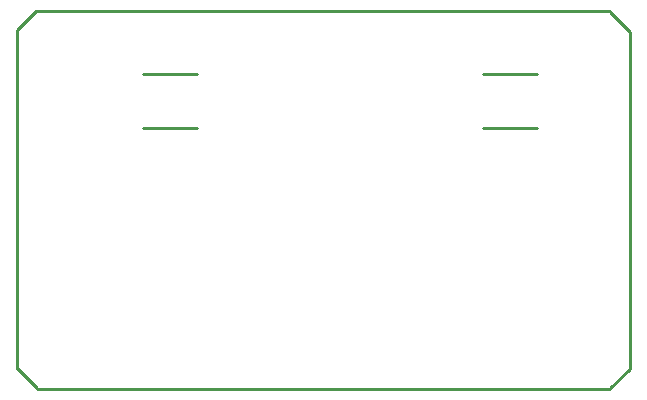
<source format=gbo>
G04*
G04 #@! TF.GenerationSoftware,Altium Limited,Altium Designer,20.0.10 (225)*
G04*
G04 Layer_Color=32896*
%FSLAX24Y24*%
%MOIN*%
G70*
G01*
G75*
%ADD11C,0.0100*%
D11*
X23250Y18544D02*
X25050Y18544D01*
X23250Y20344D02*
X25050D01*
X34600Y18544D02*
X36400Y18544D01*
X34600Y20344D02*
X36400D01*
X19050Y10525D02*
Y21800D01*
X19700Y22450D02*
X38808Y22450D01*
X19725Y9850D02*
X38825Y9850D01*
X39500Y10525D02*
Y21750D01*
X38808Y22450D02*
X38825Y22433D01*
Y22425D02*
X39500Y21750D01*
X38825Y9875D02*
X39475Y10525D01*
X19075D02*
X19725Y9875D01*
X19050Y21800D02*
X19700Y22450D01*
X19900D01*
X19700D02*
X19750D01*
M02*

</source>
